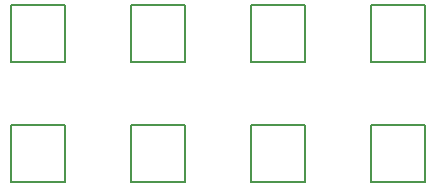
<source format=gbo>
G75*
%MOIN*%
%OFA0B0*%
%FSLAX25Y25*%
%IPPOS*%
%LPD*%
%AMOC8*
5,1,8,0,0,1.08239X$1,22.5*
%
%ADD10C,0.00500*%
D10*
X0011500Y0011154D02*
X0011500Y0029972D01*
X0029469Y0029972D01*
X0029469Y0011154D01*
X0011500Y0011154D01*
X0051500Y0011154D02*
X0051500Y0029972D01*
X0069469Y0029972D01*
X0069469Y0011154D01*
X0051500Y0011154D01*
X0091500Y0011154D02*
X0091500Y0029972D01*
X0109469Y0029972D01*
X0109469Y0011154D01*
X0091500Y0011154D01*
X0131500Y0011154D02*
X0131500Y0029972D01*
X0149469Y0029972D01*
X0149469Y0011154D01*
X0131500Y0011154D01*
X0131500Y0051154D02*
X0131500Y0069972D01*
X0149469Y0069972D01*
X0149469Y0051154D01*
X0131500Y0051154D01*
X0109469Y0051154D02*
X0109469Y0069972D01*
X0091500Y0069972D01*
X0091500Y0051154D01*
X0109469Y0051154D01*
X0069469Y0051154D02*
X0069469Y0069972D01*
X0051500Y0069972D01*
X0051500Y0051154D01*
X0069469Y0051154D01*
X0029469Y0051154D02*
X0029469Y0069972D01*
X0011500Y0069972D01*
X0011500Y0051154D01*
X0029469Y0051154D01*
M02*

</source>
